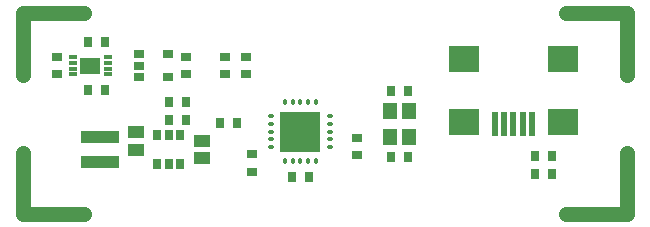
<source format=gtp>
%FSLAX24Y24*%
%MOIN*%
G70*
G01*
G75*
G04 Layer_Color=8421504*
%ADD10O,0.0138X0.0256*%
%ADD11O,0.0256X0.0138*%
%ADD12R,0.1339X0.1339*%
%ADD13R,0.0354X0.0276*%
%ADD14R,0.0354X0.0315*%
%ADD15R,0.0551X0.0433*%
%ADD16R,0.0315X0.0354*%
%ADD17R,0.0276X0.0354*%
%ADD18R,0.0984X0.0866*%
%ADD19R,0.0197X0.0787*%
%ADD20R,0.0689X0.0571*%
%ADD21R,0.0295X0.0118*%
%ADD22R,0.0256X0.0354*%
%ADD23R,0.0453X0.0551*%
%ADD24R,0.0177X0.0315*%
%ADD25R,0.1260X0.0433*%
%ADD26R,0.0354X0.0256*%
%ADD27C,0.0100*%
%ADD28C,0.0150*%
%ADD29C,0.0200*%
%ADD30C,0.0180*%
%ADD31C,0.0300*%
%ADD32C,0.0130*%
%ADD33C,0.0500*%
%ADD34R,0.0620X0.0620*%
%ADD35C,0.0620*%
%ADD36C,0.0350*%
%ADD37C,0.0098*%
%ADD38C,0.0098*%
%ADD39C,0.0050*%
%ADD40C,0.0079*%
%ADD41C,0.0060*%
D10*
X9512Y3494D02*
D03*
X9256D02*
D03*
X9000D02*
D03*
X8744D02*
D03*
X8488D02*
D03*
X8488Y1506D02*
D03*
X8744D02*
D03*
X9000D02*
D03*
X9256D02*
D03*
X9512D02*
D03*
D11*
X8006Y3012D02*
D03*
Y2756D02*
D03*
Y2500D02*
D03*
Y2244D02*
D03*
Y1988D02*
D03*
X9994Y1988D02*
D03*
Y2244D02*
D03*
Y2500D02*
D03*
Y2756D02*
D03*
Y3012D02*
D03*
D12*
X9000Y2500D02*
D03*
D13*
X7200Y4995D02*
D03*
Y4405D02*
D03*
X7400Y1745D02*
D03*
Y1155D02*
D03*
D14*
X5200Y4424D02*
D03*
Y4976D02*
D03*
X10900Y2276D02*
D03*
Y1724D02*
D03*
X6500Y4976D02*
D03*
Y4424D02*
D03*
X900Y4424D02*
D03*
Y4976D02*
D03*
D15*
X5703Y2195D02*
D03*
Y1605D02*
D03*
X3503Y2491D02*
D03*
Y1900D02*
D03*
D16*
X17376Y1700D02*
D03*
X16824D02*
D03*
X9276Y1000D02*
D03*
X8724D02*
D03*
X6324Y2800D02*
D03*
X6876D02*
D03*
X12576Y1656D02*
D03*
X12024D02*
D03*
Y3856D02*
D03*
X12576D02*
D03*
D17*
X17395Y1100D02*
D03*
X16805D02*
D03*
X4605Y2900D02*
D03*
X5195D02*
D03*
Y3500D02*
D03*
X4605D02*
D03*
X2495Y3900D02*
D03*
X1905D02*
D03*
X2495Y5500D02*
D03*
X1905D02*
D03*
D18*
X14446Y4923D02*
D03*
X17754D02*
D03*
Y2836D02*
D03*
X14446D02*
D03*
D19*
X16730Y2738D02*
D03*
X16415D02*
D03*
X16100D02*
D03*
X15785D02*
D03*
X15470D02*
D03*
D20*
X1997Y4700D02*
D03*
D21*
X1426Y4405D02*
D03*
Y4602D02*
D03*
Y4798D02*
D03*
Y4995D02*
D03*
X2568D02*
D03*
Y4798D02*
D03*
Y4602D02*
D03*
Y4405D02*
D03*
D22*
X4229Y1428D02*
D03*
X4603D02*
D03*
X4977D02*
D03*
Y2372D02*
D03*
X4603D02*
D03*
X4229D02*
D03*
D23*
X12615Y2323D02*
D03*
Y3189D02*
D03*
X11985D02*
D03*
Y2323D02*
D03*
D25*
X2303Y2313D02*
D03*
Y1487D02*
D03*
D26*
X3628Y5074D02*
D03*
Y4700D02*
D03*
Y4326D02*
D03*
X4572D02*
D03*
Y5074D02*
D03*
D33*
X-250Y6450D02*
X1800D01*
X-250Y4400D02*
Y6450D01*
X19890Y4400D02*
Y6450D01*
X17840D02*
X19890D01*
X17840Y-250D02*
X19890D01*
Y1800D01*
X-250Y-250D02*
Y1800D01*
Y-250D02*
X1800D01*
M02*

</source>
